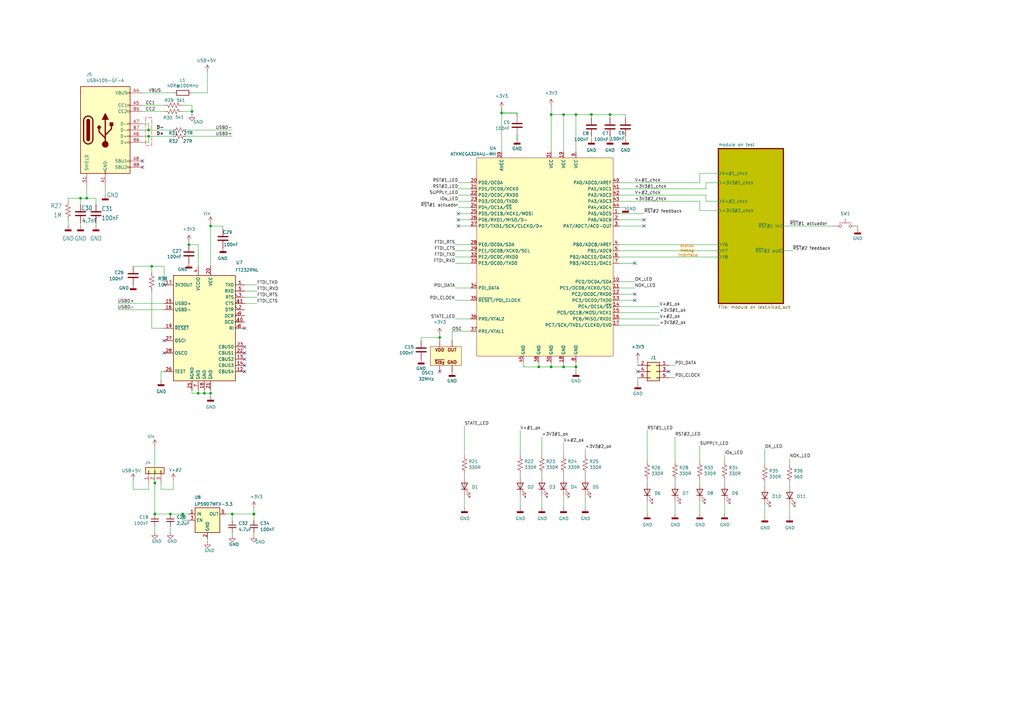
<source format=kicad_sch>
(kicad_sch (version 20250114) (generator "eeschema") (generator_version "9.0")
  (paper "A3")
  (text "status \nmessg \ninterface" (at 282.194 102.87 0) (effects (font (size 1.2 1.2) (thickness 0.1875))))
  (junction (at 205.74 46.355))
  (junction (at 78.74 45.72))
  (junction (at 81.28 161.29))
  (junction (at 33.02 81.28))
  (junction (at 231.14 46.99))
  (junction (at 86.36 92.71))
  (junction (at 231.14 150.495))
  (junction (at 63.5 198.12))
  (junction (at 226.06 150.495))
  (junction (at 226.06 46.99))
  (junction (at 180.34 138.43))
  (junction (at 83.82 161.29))
  (junction (at 62.23 109.22))
  (junction (at 60.96 53.34))
  (junction (at 220.98 150.495))
  (junction (at 236.22 46.99))
  (junction (at 86.36 161.29))
  (junction (at 250.19 46.99))
  (junction (at 74.93 210.82))
  (junction (at 242.57 46.99))
  (junction (at 77.47 100.33))
  (junction (at 95.25 210.82))
  (junction (at 60.96 55.88))
  (junction (at 104.14 210.82))
  (junction (at 63.5 210.82))
  (junction (at 35.56 81.28))
  (junction (at 236.22 150.495))
  (junction (at 69.85 210.82))
  (no_connect (at 100.33 152.4))
  (no_connect (at 100.33 142.24))
  (no_connect (at 180.34 152.4))
  (no_connect (at 100.33 134.62))
  (no_connect (at 264.16 90.17))
  (no_connect (at 187.96 87.63))
  (no_connect (at 67.31 144.78))
  (no_connect (at 260.35 120.65))
  (no_connect (at 100.33 149.86))
  (no_connect (at 264.16 92.71))
  (no_connect (at 58.42 66.04))
  (no_connect (at 100.33 147.32))
  (no_connect (at 274.32 152.4))
  (no_connect (at 261.62 152.4))
  (no_connect (at 67.31 139.7))
  (no_connect (at 187.96 90.17))
  (no_connect (at 58.42 68.58))
  (no_connect (at 260.35 123.19))
  (no_connect (at 100.33 144.78))
  (no_connect (at 187.96 92.71))
  (no_connect (at 260.35 107.95))
  (wire (pts (xy 71.12 200.66) (xy 66.04 200.66)))
  (wire (pts (xy 323.85 187.96) (xy 323.85 190.5)))
  (wire (pts (xy 69.85 218.44) (xy 69.85 215.9)))
  (wire (pts (xy 60.96 55.88) (xy 60.96 58.42)))
  (wire (pts (xy 60.96 200.66) (xy 60.96 198.12)))
  (wire (pts (xy 323.85 198.12) (xy 323.85 199.39)))
  (wire (pts (xy 78.74 45.72) (xy 78.74 46.99)))
  (wire (pts (xy 287.02 82.55) (xy 287.02 86.36)))
  (wire (pts (xy 261.62 154.94) (xy 261.62 157.48)))
  (wire (pts (xy 83.82 161.29) (xy 86.36 161.29)))
  (wire (pts (xy 214.63 150.495) (xy 220.98 150.495)))
  (wire (pts (xy 231.14 208.28) (xy 231.14 203.2)))
  (wire (pts (xy 81.28 161.29) (xy 83.82 161.29)))
  (wire (pts (xy 222.25 194.31) (xy 222.25 195.58)))
  (wire (pts (xy 250.19 46.99) (xy 242.57 46.99)))
  (wire (pts (xy 226.06 43.18) (xy 226.06 46.99)))
  (wire (pts (xy 63.5 218.44) (xy 63.5 215.9)))
  (wire (pts (xy 66.04 152.4) (xy 67.31 152.4)))
  (wire (pts (xy 58.42 38.1) (xy 71.12 38.1)))
  (wire (pts (xy 351.79 92.71) (xy 351.79 93.98)))
  (wire (pts (xy 226.06 46.99) (xy 226.06 62.23)))
  (wire (pts (xy 71.12 196.85) (xy 71.12 200.66)))
  (wire (pts (xy 321.31 102.87) (xy 325.12 102.87)))
  (wire (pts (xy 254 125.73) (xy 270.51 125.73)))
  (wire (pts (xy 187.96 77.47) (xy 193.04 77.47)))
  (wire (pts (xy 287.02 196.85) (xy 287.02 198.12)))
  (wire (pts (xy 91.44 92.71) (xy 91.44 93.98)))
  (wire (pts (xy 187.96 74.93) (xy 193.04 74.93)))
  (wire (pts (xy 287.02 71.12) (xy 294.64 71.12)))
  (wire (pts (xy 86.36 161.29) (xy 86.36 162.56)))
  (wire (pts (xy 92.71 210.82) (xy 95.25 210.82)))
  (wire (pts (xy 193.04 100.33) (xy 186.69 100.33)))
  (wire (pts (xy 254 82.55) (xy 287.02 82.55)))
  (wire (pts (xy 66.04 200.66) (xy 66.04 198.12)))
  (wire (pts (xy 276.86 210.82) (xy 276.86 205.74)))
  (wire (pts (xy 254 100.33) (xy 294.64 100.33)))
  (wire (pts (xy 81.28 100.33) (xy 81.28 109.22)))
  (wire (pts (xy 250.19 55.88) (xy 250.19 57.15)))
  (wire (pts (xy 287.02 210.82) (xy 287.02 205.74)))
  (wire (pts (xy 76.2 53.34) (xy 95.25 53.34)))
  (wire (pts (xy 76.2 55.88) (xy 95.25 55.88)))
  (wire (pts (xy 254 130.81) (xy 270.51 130.81)))
  (wire (pts (xy 78.74 38.1) (xy 85.09 38.1)))
  (wire (pts (xy 60.96 55.88) (xy 71.12 55.88)))
  (wire (pts (xy 86.36 92.71) (xy 91.44 92.71)))
  (wire (pts (xy 62.23 134.62) (xy 67.31 134.62)))
  (wire (pts (xy 100.33 121.92) (xy 105.41 121.92)))
  (wire (pts (xy 240.03 194.31) (xy 240.03 195.58)))
  (wire (pts (xy 214.63 148.59) (xy 214.63 150.495)))
  (wire (pts (xy 69.85 210.82) (xy 74.93 210.82)))
  (wire (pts (xy 190.5 174.625) (xy 190.5 186.69)))
  (wire (pts (xy 54.61 196.85) (xy 54.61 200.66)))
  (wire (pts (xy 226.06 150.495) (xy 231.14 150.495)))
  (wire (pts (xy 193.04 102.87) (xy 186.69 102.87)))
  (wire (pts (xy 58.42 58.42) (xy 60.96 58.42)))
  (wire (pts (xy 95.25 219.71) (xy 95.25 218.44)))
  (wire (pts (xy 264.16 92.71) (xy 254 92.71)))
  (wire (pts (xy 33.02 81.28) (xy 33.02 83.82)) (stroke (width 0.1524)))
  (wire (pts (xy 231.14 148.59) (xy 231.14 150.495)))
  (wire (pts (xy 62.23 109.22) (xy 67.31 109.22)))
  (wire (pts (xy 54.61 109.22) (xy 62.23 109.22)))
  (wire (pts (xy 236.22 46.99) (xy 231.14 46.99)))
  (wire (pts (xy 242.57 55.88) (xy 242.57 57.15)))
  (wire (pts (xy 180.34 138.43) (xy 172.72 138.43)))
  (wire (pts (xy 213.36 208.28) (xy 213.36 203.2)))
  (wire (pts (xy 187.96 87.63) (xy 193.04 87.63)))
  (wire (pts (xy 256.54 46.99) (xy 250.19 46.99)))
  (wire (pts (xy 78.74 161.29) (xy 81.28 161.29)))
  (wire (pts (xy 193.04 135.89) (xy 185.42 135.89)))
  (wire (pts (xy 260.35 123.19) (xy 254 123.19)))
  (wire (pts (xy 190.5 208.28) (xy 190.5 203.2)))
  (wire (pts (xy 67.31 124.46) (xy 48.26 124.46)))
  (wire (pts (xy 58.42 45.72) (xy 67.31 45.72)))
  (wire (pts (xy 231.14 181.61) (xy 231.14 186.69)))
  (wire (pts (xy 58.42 53.34) (xy 60.96 53.34)))
  (wire (pts (xy 287.02 71.12) (xy 287.02 74.93)))
  (wire (pts (xy 33.02 81.28) (xy 35.56 81.28)) (stroke (width 0.1524)))
  (wire (pts (xy 297.18 186.69) (xy 297.18 189.23)))
  (wire (pts (xy 265.43 210.82) (xy 265.43 205.74)))
  (wire (pts (xy 58.42 50.8) (xy 60.96 50.8)))
  (wire (pts (xy 74.93 45.72) (xy 78.74 45.72)))
  (wire (pts (xy 83.82 160.02) (xy 83.82 161.29)))
  (wire (pts (xy 67.31 116.84) (xy 67.31 109.22)))
  (wire (pts (xy 60.96 53.34) (xy 71.12 53.34)))
  (wire (pts (xy 276.86 149.86) (xy 274.32 149.86)))
  (wire (pts (xy 95.25 213.36) (xy 95.25 210.82)))
  (wire (pts (xy 74.93 210.82) (xy 77.47 210.82)))
  (wire (pts (xy 276.86 154.94) (xy 274.32 154.94)))
  (wire (pts (xy 231.14 46.99) (xy 231.14 62.23)))
  (wire (pts (xy 240.03 184.15) (xy 240.03 186.69)))
  (wire (pts (xy 254 120.65) (xy 260.35 120.65)))
  (wire (pts (xy 85.09 29.21) (xy 85.09 38.1)))
  (wire (pts (xy 78.74 160.02) (xy 78.74 161.29)))
  (wire (pts (xy 180.34 137.16) (xy 180.34 138.43)))
  (wire (pts (xy 62.23 119.38) (xy 62.23 134.62)))
  (wire (pts (xy 220.98 150.495) (xy 226.06 150.495)))
  (wire (pts (xy 43.18 76.2) (xy 43.18 80.01)))
  (wire (pts (xy 265.43 176.53) (xy 265.43 189.23)))
  (wire (pts (xy 27.94 81.28) (xy 33.02 81.28)) (stroke (width 0.1524)))
  (wire (pts (xy 265.43 196.85) (xy 265.43 198.12)))
  (wire (pts (xy 264.16 87.63) (xy 254 87.63)))
  (wire (pts (xy 85.09 222.25) (xy 85.09 220.98)))
  (wire (pts (xy 256.54 85.09) (xy 254 85.09)))
  (wire (pts (xy 193.04 105.41) (xy 186.69 105.41)))
  (wire (pts (xy 264.16 90.17) (xy 254 90.17)))
  (wire (pts (xy 100.33 119.38) (xy 105.41 119.38)))
  (wire (pts (xy 289.56 82.55) (xy 289.56 80.01)))
  (wire (pts (xy 81.28 160.02) (xy 81.28 161.29)))
  (wire (pts (xy 260.35 118.11) (xy 254 118.11)))
  (wire (pts (xy 104.14 219.71) (xy 104.14 218.44)))
  (wire (pts (xy 213.36 194.31) (xy 213.36 195.58)))
  (wire (pts (xy 289.56 82.55) (xy 294.64 82.55)))
  (wire (pts (xy 74.93 213.36) (xy 74.93 210.82)))
  (wire (pts (xy 104.14 210.82) (xy 104.14 213.36)))
  (wire (pts (xy 220.98 148.59) (xy 220.98 150.495)))
  (wire (pts (xy 222.25 179.07) (xy 222.25 186.69)))
  (wire (pts (xy 321.31 92.71) (xy 341.63 92.71)))
  (wire (pts (xy 226.06 148.59) (xy 226.06 150.495)))
  (wire (pts (xy 33.02 92.71) (xy 33.02 91.44)) (stroke (width 0.1524)))
  (wire (pts (xy 289.56 77.47) (xy 254 77.47)))
  (wire (pts (xy 236.22 46.99) (xy 236.22 62.23)))
  (wire (pts (xy 287.02 74.93) (xy 254 74.93)))
  (wire (pts (xy 100.33 116.84) (xy 105.41 116.84)))
  (wire (pts (xy 78.74 43.18) (xy 78.74 45.72)))
  (wire (pts (xy 193.04 107.95) (xy 186.69 107.95)))
  (wire (pts (xy 86.36 91.44) (xy 86.36 92.71)))
  (wire (pts (xy 205.74 44.45) (xy 205.74 46.355)) (stroke (width 0.254)))
  (wire (pts (xy 313.69 198.12) (xy 313.69 199.39)))
  (wire (pts (xy 289.56 80.01) (xy 254 80.01)))
  (wire (pts (xy 27.94 90.17) (xy 27.94 92.71)) (stroke (width 0.1524)))
  (wire (pts (xy 242.57 46.99) (xy 236.22 46.99)))
  (wire (pts (xy 213.36 176.53) (xy 213.36 186.69)))
  (wire (pts (xy 236.22 148.59) (xy 236.22 150.495)))
  (wire (pts (xy 104.14 208.28) (xy 104.14 210.82)))
  (wire (pts (xy 287.02 182.88) (xy 287.02 189.23)))
  (wire (pts (xy 63.5 198.12) (xy 63.5 210.82)))
  (wire (pts (xy 63.5 182.88) (xy 63.5 198.12)))
  (wire (pts (xy 254 133.35) (xy 270.51 133.35)))
  (wire (pts (xy 261.62 147.32) (xy 261.62 149.86)))
  (wire (pts (xy 180.34 138.43) (xy 180.34 139.7)))
  (wire (pts (xy 254 105.41) (xy 294.64 105.41)))
  (wire (pts (xy 313.69 212.09) (xy 313.69 207.01)))
  (wire (pts (xy 77.47 99.06) (xy 77.47 100.33)))
  (wire (pts (xy 60.96 50.8) (xy 60.96 53.34)))
  (wire (pts (xy 54.61 200.66) (xy 60.96 200.66)))
  (wire (pts (xy 231.14 150.495) (xy 236.22 150.495)))
  (wire (pts (xy 185.42 135.89) (xy 185.42 139.7)))
  (wire (pts (xy 287.02 86.36) (xy 294.64 86.36)))
  (wire (pts (xy 205.74 46.355) (xy 205.74 62.23)))
  (wire (pts (xy 289.56 74.93) (xy 294.64 74.93)))
  (wire (pts (xy 58.42 55.88) (xy 60.96 55.88)))
  (wire (pts (xy 100.33 124.46) (xy 105.41 124.46)))
  (wire (pts (xy 254 128.27) (xy 270.51 128.27)))
  (wire (pts (xy 86.36 160.02) (xy 86.36 161.29)))
  (wire (pts (xy 187.96 85.09) (xy 193.04 85.09)))
  (wire (pts (xy 77.47 213.36) (xy 74.93 213.36)))
  (wire (pts (xy 323.85 212.09) (xy 323.85 207.01)))
  (wire (pts (xy 250.19 46.99) (xy 250.19 48.26)))
  (wire (pts (xy 78.74 43.18) (xy 74.93 43.18)))
  (wire (pts (xy 66.04 156.21) (xy 66.04 152.4)))
  (wire (pts (xy 35.56 81.28) (xy 39.37 81.28)) (stroke (width 0.1524)))
  (wire (pts (xy 187.96 80.01) (xy 193.04 80.01)))
  (wire (pts (xy 276.86 196.85) (xy 276.86 198.12)))
  (wire (pts (xy 212.09 46.355) (xy 212.09 47.625)) (stroke (width 0.254)))
  (wire (pts (xy 212.09 55.245) (xy 212.09 57.15)) (stroke (width 0.254)))
  (wire (pts (xy 187.96 92.71) (xy 193.04 92.71)))
  (wire (pts (xy 39.37 91.44) (xy 39.37 92.71)))
  (wire (pts (xy 240.03 208.28) (xy 240.03 203.2)))
  (wire (pts (xy 193.04 118.11) (xy 186.69 118.11)))
  (wire (pts (xy 254 102.87) (xy 294.64 102.87)))
  (wire (pts (xy 236.22 150.495) (xy 236.22 152.4)))
  (wire (pts (xy 95.25 210.82) (xy 104.14 210.82)))
  (wire (pts (xy 62.23 109.22) (xy 62.23 111.76)))
  (wire (pts (xy 256.54 46.99) (xy 256.54 48.26)))
  (wire (pts (xy 172.72 138.43) (xy 172.72 139.7)))
  (wire (pts (xy 67.31 127) (xy 48.26 127)))
  (wire (pts (xy 187.96 82.55) (xy 193.04 82.55)))
  (wire (pts (xy 297.18 210.82) (xy 297.18 205.74)))
  (wire (pts (xy 39.37 81.28) (xy 39.37 83.82)) (stroke (width 0.1524)))
  (wire (pts (xy 313.69 184.15) (xy 313.69 190.5)))
  (wire (pts (xy 86.36 92.71) (xy 86.36 109.22)))
  (wire (pts (xy 58.42 43.18) (xy 67.31 43.18)))
  (wire (pts (xy 222.25 208.28) (xy 222.25 203.2)))
  (wire (pts (xy 212.09 46.355) (xy 205.74 46.355)) (stroke (width 0.254)))
  (wire (pts (xy 193.04 123.19) (xy 186.69 123.19)))
  (wire (pts (xy 35.56 76.2) (xy 35.56 81.28)))
  (wire (pts (xy 190.5 194.31) (xy 190.5 195.58)))
  (wire (pts (xy 231.14 194.31) (xy 231.14 195.58)))
  (wire (pts (xy 260.35 115.57) (xy 254 115.57)))
  (wire (pts (xy 231.14 46.99) (xy 226.06 46.99)))
  (wire (pts (xy 297.18 196.85) (xy 297.18 198.12)))
  (wire (pts (xy 77.47 100.33) (xy 81.28 100.33)))
  (wire (pts (xy 27.94 81.28) (xy 27.94 82.55)) (stroke (width 0.1524)))
  (wire (pts (xy 186.69 130.81) (xy 193.04 130.81)))
  (wire (pts (xy 260.35 107.95) (xy 254 107.95)))
  (wire (pts (xy 289.56 74.93) (xy 289.56 77.47)))
  (wire (pts (xy 242.57 46.99) (xy 242.57 48.26)))
  (wire (pts (xy 256.54 55.88) (xy 256.54 57.15)))
  (wire (pts (xy 276.86 179.07) (xy 276.86 189.23)))
  (wire (pts (xy 187.96 90.17) (xy 193.04 90.17)))
  (wire (pts (xy 63.5 210.82) (xy 69.85 210.82)))
  (label "PDI_DATA" (at 186.69 118.11 180))
  (label "~{RST}#2 feedback" (at 264.16 87.63 0))
  (label "+3V3#1_ok" (at 270.51 128.27 0))
  (label "CC2" (at 59.69 45.72 0))
  (label "D+" (at 67.31 55.88 180) (effects (font (thickness 0.254) (bold yes))))
  (label "D-" (at 67.31 53.34 180) (effects (font (thickness 0.254) (bold yes))))
  (label "FTDI_RXD" (at 186.69 107.95 180))
  (label "FTDI_TXD" (at 186.69 105.41 180))
  (label "RST#1_LED" (at 187.96 74.93 180))
  (label "USBD+" (at 95.25 55.88 180))
  (label "~{RST}#1 actuador" (at 323.85 92.71 0))
  (label "FTDI_CTS" (at 105.41 124.46 0))
  (label "PDI_DATA" (at 276.86 149.86 0))
  (label "V+#1_ok" (at 270.51 125.73 0))
  (label "+3V3#2_ok" (at 240.03 184.15 0))
  (label "RST#2_LED" (at 187.96 77.47 180))
  (label "IOs_LED" (at 297.18 186.69 0))
  (label "V+#2_ok" (at 270.51 130.81 0))
  (label "+3V3#2_chck" (at 260.35 82.55 0))
  (label "IOs_LED" (at 187.96 82.55 180))
  (label "V+#1_ok" (at 213.36 176.53 0))
  (label "FTDI_TXD" (at 105.41 116.84 0))
  (label "OK_LED" (at 260.35 115.57 0))
  (label "SUPPLY_LED" (at 287.02 182.88 0))
  (label "V+#2_ok" (at 231.14 181.61 0))
  (label "~{RST}#1 actuador" (at 187.96 85.09 180))
  (label "V+#1_chck" (at 260.35 74.93 0))
  (label "VBUS" (at 60.96 38.1 0))
  (label "RST#1_LED" (at 265.43 176.53 0))
  (label "+3V3#1_chck" (at 260.35 77.47 0))
  (label "+3V3#1_ok" (at 222.25 179.07 0))
  (label "FTDI_RTS" (at 186.69 100.33 180))
  (label "CC1" (at 59.69 43.18 0))
  (label "FTDI_RTS" (at 105.41 121.92 0))
  (label "OSC" (at 185.42 135.89 0))
  (label "FTDI_RXD" (at 105.41 119.38 0))
  (label "NOK_LED" (at 323.85 187.96 0))
  (label "PDI_CLOCK" (at 186.69 123.19 180))
  (label "USBD-" (at 95.25 53.34 180))
  (label "USBD-" (at 48.26 127 0))
  (label "USBD+" (at 48.26 124.46 0))
  (label "+3V3#2_ok" (at 270.51 133.35 0))
  (label "SUPPLY_LED" (at 187.96 80.01 180))
  (label "FTDI_CTS" (at 186.69 102.87 180))
  (label "~{RST}#2 feedback" (at 325.12 102.87 0))
  (label "STATE_LED" (at 190.5 174.625 0))
  (label "V+#2_chck" (at 260.35 80.01 0))
  (label "PDI_CLOCK" (at 276.86 154.94 0))
  (label "RST#2_LED" (at 276.86 179.07 0))
  (label "STATE_LED" (at 186.69 130.81 180))
  (label "NOK_LED" (at 260.35 118.11 0))
  (label "OK_LED" (at 313.69 184.15 0))
  (rule_area (polyline (pts (xy 59.69 48.26) (xy 59.69 59.69) (xy 62.23 59.69) (xy 62.23 48.26)) (stroke (width 0) (type dash))))
  (symbol (lib_id "Device:R_US") (at 297.18 193.04 180) (unit 1)
    (property "Reference" "R34" (at 298.831 191.8278 0) (effects (justify right)))
    (property "Value" "330R" (at 298.831 194.2521 0) (effects (justify right)))
    (property "Footprint" "Resistor_SMD:R_0402_1005Metric" (effects (hide yes)))
    (property "Description" "Resistor, small US symbol" (effects (hide yes)))
    (property "MPN" "CRCW0402330RFKEDHP" (effects (hide yes)))
    (property "ASSEMBLY" "Yes" (effects (hide yes)))
    (property "OEPSPN" "OEPS020191" (effects (hide yes)))
  )
  (symbol (lib_id "Device:C") (at 77.47 104.14 0) (mirror y) (unit 1)
    (property "Reference" "C27" (at 74.549 102.9716 0) (effects (justify left)))
    (property "Value" "100nF" (at 74.549 105.283 0) (effects (justify left)))
    (property "Footprint" "Capacitor_SMD:C_0402_1005Metric" (effects (hide yes)))
    (property "Description" "SMD CER 0402 100nF 50V ±10% X7R" (effects (hide yes)))
    (property "MPN" "CGA2B3X7R1H104K050BB" (effects (hide yes)))
    (property "OEPSPN" "OEPS010016" (effects (hide yes)))
  )
  (symbol (lib_id "power:+3V3") (at 205.74 44.45 0) (mirror y) (unit 1)
    (property "Reference" "#PWR10" (effects (hide yes)))
    (property "Value" "+3V3" (at 205.74 39.37 0))
    (property "Description" "Power symbol creates a global label with name \"+3V3\"" (effects (hide yes)))
  )
  (symbol (lib_id "Device:C_Small") (at 63.5 213.36 0) (unit 1)
    (property "Reference" "C18" (at 60.96 212.0962 0) (effects (justify right)))
    (property "Value" "100nF" (at 60.96 214.6362 0) (effects (justify right)))
    (property "Footprint" "Capacitor_SMD:C_0402_1005Metric" (effects (hide yes)))
    (property "Description" "SMD CER 0402 100nF 50V ±10% X7R" (effects (hide yes)))
    (property "MPN" "CGA2B3X7R1H104K050BB" (effects (hide yes)))
    (property "OEPSPN" "OEPS010016" (effects (hide yes)))
  )
  (symbol (lib_id "power:GNDD") (at 185.42 152.4 0) (mirror y) (unit 1)
    (property "Reference" "#PWR036" (effects (hide yes)))
    (property "Value" "GND" (at 185.42 156.21 0))
    (property "Description" "Power symbol creates a global label with name \"GNDD\" , digital ground" (effects (hide yes)))
  )
  (symbol (lib_id "power:GND") (at 69.85 218.44 0) (unit 1)
    (property "Reference" "#PWR084" (effects (hide yes)))
    (property "Value" "GND" (at 70.612 221.996 0))
    (property "Description" "Power symbol creates a global label with name \"GND\" , ground" (effects (hide yes)))
  )
  (symbol (lib_id "power:GNDD") (at 242.57 57.15 0) (mirror y) (unit 1)
    (property "Reference" "#PWR014" (effects (hide yes)))
    (property "Value" "GND" (at 242.57 61.595 0))
    (property "Description" "Power symbol creates a global label with name \"GNDD\" , digital ground" (effects (hide yes)))
  )
  (symbol (lib_id "power:GNDD") (at 297.18 210.82 0) (unit 1)
    (property "Reference" "#PWR069" (effects (hide yes)))
    (property "Value" "GND" (at 297.307 215.2142 0))
    (property "Description" "Power symbol creates a global label with name \"GNDD\" , digital ground" (effects (hide yes)))
  )
  (symbol (lib_id "power:GNDD") (at 351.79 93.98 0) (mirror y) (unit 1)
    (property "Reference" "#PWR052" (effects (hide yes)))
    (property "Value" "GND" (at 351.79 97.79 0))
    (property "Description" "Power symbol creates a global label with name \"GNDD\" , digital ground" (effects (hide yes)))
  )
  (symbol (lib_id "Device:C_Small") (at 69.85 213.36 0) (unit 1)
    (property "Reference" "C28" (at 72.39 212.0962 0) (effects (justify left)))
    (property "Value" "2.2uF" (at 72.39 214.6362 0) (effects (justify left)))
    (property "Footprint" "Capacitor_SMD:C_0603_1608Metric" (effects (hide yes)))
    (property "Description" "Unpolarized capacitor, small symbol" (effects (hide yes)))
    (property "MPN" "GRM188R61E225KA12D" (effects (hide yes)))
    (property "OEPSPN" "OEPS010075" (effects (hide yes)))
  )
  (symbol (lib_id "power:+3V3") (at 104.14 208.28 0) (unit 1)
    (property "Reference" "#PWR086" (effects (hide yes)))
    (property "Value" "+3V3" (at 105.156 203.708 0))
    (property "Description" "Power symbol creates a global label with name \"+3V3\"" (effects (hide yes)))
  )
  (symbol (lib_id "Device:LED") (at 222.25 199.39 90) (unit 1)
    (property "Reference" "D3" (at 225.171 199.7653 90) (effects (justify right)))
    (property "Value" "Green LED" (effects (hide yes)))
    (property "Footprint" "LED_SMD:LED_0603_1608Metric" (effects (hide yes)))
    (property "Description" "LED 0603 Green 571nm 20mA" (effects (hide yes)))
    (property "MPN" "LTST-C191KGKT" (effects (hide yes)))
    (property "OEPSPN" "OEPS030005 " (effects (hide yes)))
  )
  (symbol (lib_id "Device:C") (at 33.02 87.63 0) (mirror y) (unit 1)
    (property "Reference" "C30" (at 33.274 85.344 0) (effects (font (size 1.778 1.5113)) (justify right)))
    (property "Value" "4.7nF" (at 33.528 90.424 0) (effects (font (size 1.778 1.5113)) (justify right)))
    (property "Footprint" "Capacitor_SMD:C_0402_1005Metric" (effects (hide yes)))
    (property "Description" "Unpolarized capacitor, small symbol" (effects (hide yes)))
    (property "MPN" "885012205084" (effects (hide yes)))
    (property "OEPSPN" "OEPS010017" (effects (hide yes)))
  )
  (symbol (lib_id "power:GNDD") (at 27.94 92.71 0) (mirror y) (unit 1)
    (property "Reference" "#GND03" (effects (hide yes)))
    (property "Value" "GND" (at 27.94 97.79 0) (effects (font (size 1.778 1.5113))))
  )
  (symbol (lib_id "Device:C_Small") (at 104.14 215.9 0) (mirror y) (unit 1)
    (property "Reference" "C34" (at 106.68 214.6362 0) (effects (justify right)))
    (property "Value" "100nF" (at 106.68 217.1762 0) (effects (justify right)))
    (property "Footprint" "Capacitor_SMD:C_0402_1005Metric" (effects (hide yes)))
    (property "Description" "SMD CER 0402 100nF 50V ±10% X7R" (effects (hide yes)))
    (property "MPN" "CGA2B3X7R1H104K050BB" (effects (hide yes)))
    (property "OEPSPN" "OEPS010016" (effects (hide yes)))
  )
  (symbol (lib_id "_symbolLib:ATXMEGA32A4U") (at 228.6 113.03 0) (mirror y) (unit 1)
    (property "Reference" "U4" (at 203.5459 60.7525 0) (effects (justify left)))
    (property "Value" "ATXMEGA32A4U-MH" (at 203.5459 63.1768 0) (effects (justify left)))
    (property "Footprint" "Package_DFN_QFN:QFN-44-1EP_7x7mm_P0.5mm_EP5.2x5.2mm" (effects (hide yes)))
    (property "Description" "MCU ATXMEGA A4U 8bits 32KB" (effects (hide yes)))
    (property "MPN" "ATXMEGA32A4U-MHR" (effects (hide yes)))
    (property "ASSEMBLY" "Yes" (effects (hide yes)))
    (property "OEPSPN" "OEPS080116" (effects (hide yes)))
  )
  (symbol (lib_id "power:GNDD") (at 66.04 156.21 0) (unit 1)
    (property "Reference" "#PWR077" (effects (hide yes)))
    (property "Value" "GND" (at 66.167 160.6042 0))
    (property "Description" "Power symbol creates a global label with name \"GNDD\" , digital ground" (effects (hide yes)))
  )
  (symbol (lib_id "power:+5V") (at 63.5 182.88 0) (mirror y) (unit 1)
    (property "Reference" "#PWR063" (effects (hide yes)))
    (property "Value" "Vin" (at 61.976 179.07 0))
    (property "Description" "Power symbol creates a global label with name \"+5V\"" (effects (hide yes)))
  )
  (symbol (lib_id "Device:LED") (at 287.02 201.93 90) (unit 1)
    (property "Reference" "D8" (at 289.941 202.3053 90) (effects (justify right)))
    (property "Value" "Green LED" (effects (hide yes)))
    (property "Footprint" "LED_SMD:LED_0603_1608Metric" (effects (hide yes)))
    (property "Description" "LED 0603 Green 571nm 20mA" (effects (hide yes)))
    (property "MPN" "LTST-C191KGKT" (effects (hide yes)))
    (property "OEPSPN" "OEPS030005 " (effects (hide yes)))
  )
  (symbol (lib_id "_symbolLib:OSC_1") (at 182.88 144.78 0) (mirror y) (unit 1)
    (property "Reference" "OSC1" (at 178.054 152.908 0) (effects (justify left)))
    (property "Value" "32MHz" (at 178.054 155.448 0) (effects (justify left)))
    (property "Footprint" "_footprintLib:OSC" (effects (hide yes)))
    (property "Description" "OSC 32MHz 10ppm" (effects (hide yes)))
    (property "MPN" "DSC1001CI5-032.0000" (effects (hide yes)))
    (property "ASSEMBLY" "Yes" (effects (hide yes)))
    (property "OEPSPN" "OEPS080018" (effects (hide yes)))
  )
  (symbol (lib_id "Device:R_US") (at 276.86 193.04 180) (unit 1)
    (property "Reference" "R28" (at 278.511 191.8278 0) (effects (justify right)))
    (property "Value" "330R" (at 278.511 194.2521 0) (effects (justify right)))
    (property "Footprint" "Resistor_SMD:R_0402_1005Metric" (effects (hide yes)))
    (property "Description" "Resistor, small US symbol" (effects (hide yes)))
    (property "MPN" "CRCW0402330RFKEDHP" (effects (hide yes)))
    (property "ASSEMBLY" "Yes" (effects (hide yes)))
    (property "OEPSPN" "OEPS020191" (effects (hide yes)))
  )
  (symbol (lib_id "Device:R_Small_US") (at 73.66 53.34 270) (unit 1)
    (property "Reference" "R31" (at 71.12 54.61 90))
    (property "Value" "27R" (at 77.216 54.61 90))
    (property "Footprint" "Resistor_SMD:R_0402_1005Metric" (effects (hide yes)))
    (property "Description" "Resistor, small US symbol" (effects (hide yes)))
    (property "MPN" "RMCF0402FT27R0" (effects (hide yes)))
    (property "OEPSPN" "OEPS020170" (effects (hide yes)))
  )
  (symbol (lib_id "Device:C_Small") (at 95.25 215.9 0) (unit 1)
    (property "Reference" "C32" (at 97.79 214.6362 0) (effects (justify left)))
    (property "Value" "4.7uF" (at 97.79 217.1762 0) (effects (justify left)))
    (property "Footprint" "Capacitor_SMD:C_0603_1608Metric" (effects (hide yes)))
    (property "Description" "Unpolarized capacitor, small symbol" (effects (hide yes)))
    (property "MPN" "C1608X6S1C475K080AC" (effects (hide yes)))
    (property "OEPSPN" "OEPS010018" (effects (hide yes)))
  )
  (symbol (lib_id "Device:R_US") (at 287.02 193.04 180) (unit 1)
    (property "Reference" "R33" (at 288.671 191.8278 0) (effects (justify right)))
    (property "Value" "330R" (at 288.671 194.2521 0) (effects (justify right)))
    (property "Footprint" "Resistor_SMD:R_0402_1005Metric" (effects (hide yes)))
    (property "Description" "Resistor, small US symbol" (effects (hide yes)))
    (property "MPN" "CRCW0402330RFKEDHP" (effects (hide yes)))
    (property "ASSEMBLY" "Yes" (effects (hide yes)))
    (property "OEPSPN" "OEPS020191" (effects (hide yes)))
  )
  (symbol (lib_id "Switch:SW_Push") (at 346.71 92.71 0) (unit 1)
    (property "Reference" "SW1" (at 346.71 87.63 0))
    (property "Value" "SW_SPST" (effects (hide yes)))
    (property "Footprint" "Button_Switch_SMD:SW_SPST_TL3305B" (effects (hide yes)))
    (property "Description" "Push button switch" (effects (hide yes)))
    (property "MPN" "TL3305BF260QG" (effects (hide yes)))
    (property "OEPSPN" "OEPS100061" (effects (hide yes)))
  )
  (symbol (lib_id "power:GND") (at 78.74 46.99 0) (mirror y) (unit 1)
    (property "Reference" "#PWR090" (effects (hide yes)))
    (property "Value" "GND" (at 81.28 50.038 0))
    (property "Description" "Power symbol creates a global label with name \"GND\" , ground" (effects (hide yes)))
  )
  (symbol (lib_id "Device:LED") (at 213.36 199.39 90) (unit 1)
    (property "Reference" "D2" (at 216.281 199.7653 90) (effects (justify right)))
    (property "Value" "Green LED" (effects (hide yes)))
    (property "Footprint" "LED_SMD:LED_0603_1608Metric" (effects (hide yes)))
    (property "Description" "LED 0603 Green 571nm 20mA" (effects (hide yes)))
    (property "MPN" "LTST-C191KGKT" (effects (hide yes)))
    (property "OEPSPN" "OEPS030005 " (effects (hide yes)))
  )
  (symbol (lib_id "power:GNDD") (at 91.44 101.6 0) (mirror y) (unit 1)
    (property "Reference" "#PWR083" (effects (hide yes)))
    (property "Value" "GND" (at 91.313 105.9942 0))
    (property "Description" "Power symbol creates a global label with name \"GNDD\" , digital ground" (effects (hide yes)))
  )
  (symbol (lib_id "power:+5V") (at 86.36 91.44 0) (mirror y) (unit 1)
    (property "Reference" "#PWR064" (effects (hide yes)))
    (property "Value" "Vin" (at 84.836 87.63 0))
    (property "Description" "Power symbol creates a global label with name \"+5V\"" (effects (hide yes)))
  )
  (symbol (lib_id "power:+5V") (at 71.12 196.85 0) (mirror y) (unit 1)
    (property "Reference" "#PWR062" (effects (hide yes)))
    (property "Value" "V+#2" (at 71.882 192.786 0))
    (property "Description" "Power symbol creates a global label with name \"+5V\"" (effects (hide yes)))
  )
  (symbol (lib_id "power:+3V3") (at 226.06 43.18 0) (mirror y) (unit 1)
    (property "Reference" "#PWR9" (effects (hide yes)))
    (property "Value" "+3V3" (at 226.06 38.1 0))
    (property "Description" "Power symbol creates a global label with name \"+3V3\"" (effects (hide yes)))
  )
  (symbol (lib_id "Device:C") (at 172.72 143.51 0) (mirror y) (unit 1)
    (property "Reference" "C15" (at 169.799 142.2978 0) (effects (justify left)))
    (property "Value" "100nF" (at 169.799 144.7221 0) (effects (justify left)))
    (property "Footprint" "Capacitor_SMD:C_0402_1005Metric" (effects (hide yes)))
    (property "Description" "SMD CER 0402 100nF 50V ±10% X7R" (effects (hide yes)))
    (property "MPN" "CGA2B3X7R1H104K050BB" (effects (hide yes)))
    (property "ASSEMBLY" "Yes" (effects (hide yes)))
    (property "OEPSPN" "OEPS010016" (effects (hide yes)))
  )
  (symbol (lib_id "Device:LED") (at 265.43 201.93 90) (unit 1)
    (property "Reference" "D6" (at 268.351 202.3053 90) (effects (justify right)))
    (property "Value" "Green LED" (effects (hide yes)))
    (property "Footprint" "LED_SMD:LED_0603_1608Metric" (effects (hide yes)))
    (property "Description" "LED 0603 Green 571nm 20mA" (effects (hide yes)))
    (property "MPN" "LTST-C191KGKT" (effects (hide yes)))
    (property "OEPSPN" "OEPS030005 " (effects (hide yes)))
  )
  (symbol (lib_id "Device:C") (at 212.09 51.435 0) (mirror y) (unit 1)
    (property "Reference" "C5" (at 209.169 50.2228 0) (effects (justify left)))
    (property "Value" "100nF" (at 209.169 52.6471 0) (effects (justify left)))
    (property "Footprint" "Capacitor_SMD:C_0402_1005Metric" (effects (hide yes)))
    (property "Description" "SMD CER 0402 100nF 50V ±10% X7R" (effects (hide yes)))
    (property "MPN" "CGA2B3X7R1H104K050BB" (effects (hide yes)))
    (property "ASSEMBLY" "Yes" (effects (hide yes)))
    (property "OEPSPN" "OEPS010016" (effects (hide yes)))
  )
  (symbol (lib_id "Device:C") (at 91.44 97.79 0) (mirror y) (unit 1)
    (property "Reference" "C29" (at 95.25 95.25 0) (effects (justify left)))
    (property "Value" "100nF" (at 97.79 100.33 0) (effects (justify left)))
    (property "Footprint" "Capacitor_SMD:C_0402_1005Metric" (effects (hide yes)))
    (property "Description" "SMD CER 0402 100nF 50V ±10% X7R" (effects (hide yes)))
    (property "MPN" "CGA2B3X7R1H104K050BB" (effects (hide yes)))
    (property "OEPSPN" "OEPS010016" (effects (hide yes)))
  )
  (symbol (lib_id "power:GNDD") (at 39.37 92.71 0) (mirror y) (unit 1)
    (property "Reference" "#GND05" (effects (hide yes)))
    (property "Value" "GND" (at 39.37 97.79 0) (effects (font (size 1.778 1.5113))))
  )
  (symbol (lib_id "power:GNDD") (at 276.86 210.82 0) (unit 1)
    (property "Reference" "#PWR067" (effects (hide yes)))
    (property "Value" "GND" (at 276.987 215.2142 0))
    (property "Description" "Power symbol creates a global label with name \"GNDD\" , digital ground" (effects (hide yes)))
  )
  (symbol (lib_id "Device:R_US") (at 231.14 190.5 180) (unit 1)
    (property "Reference" "R24" (at 232.791 189.2878 0) (effects (justify right)))
    (property "Value" "330R" (at 232.791 191.7121 0) (effects (justify right)))
    (property "Footprint" "Resistor_SMD:R_0402_1005Metric" (effects (hide yes)))
    (property "Description" "Resistor, small US symbol" (effects (hide yes)))
    (property "MPN" "CRCW0402330RFKEDHP" (effects (hide yes)))
    (property "ASSEMBLY" "Yes" (effects (hide yes)))
    (property "OEPSPN" "OEPS020191" (effects (hide yes)))
  )
  (symbol (lib_id "Device:LED") (at 190.5 199.39 90) (unit 1)
    (property "Reference" "D1" (at 193.421 199.7653 90) (effects (justify right)))
    (property "Value" "Green LED" (effects (hide yes)))
    (property "Footprint" "LED_SMD:LED_0603_1608Metric" (effects (hide yes)))
    (property "Description" "LED 0603 Green 571nm 20mA" (effects (hide yes)))
    (property "MPN" "LTST-C191KGKT" (effects (hide yes)))
    (property "OEPSPN" "OEPS030005 " (effects (hide yes)))
  )
  (symbol (lib_id "power:GND") (at 95.25 219.71 0) (unit 1)
    (property "Reference" "#PWR087" (effects (hide yes)))
    (property "Value" "GND" (at 96.012 223.266 0))
    (property "Description" "Power symbol creates a global label with name \"GND\" , ground" (effects (hide yes)))
  )
  (symbol (lib_id "power:+3V3") (at 180.34 137.16 0) (mirror y) (unit 1)
    (property "Reference" "#PWR29" (effects (hide yes)))
    (property "Value" "+3V3" (at 180.34 132.08 0))
    (property "Description" "Power symbol creates a global label with name \"+3V3\"" (effects (hide yes)))
  )
  (symbol (lib_id "power:GNDD") (at 250.19 57.15 0) (mirror y) (unit 1)
    (property "Reference" "#PWR013" (effects (hide yes)))
    (property "Value" "GND" (at 250.19 61.595 0))
    (property "Description" "Power symbol creates a global label with name \"GNDD\" , digital ground" (effects (hide yes)))
  )
  (symbol (lib_id "power:GNDD") (at 231.14 208.28 0) (unit 1)
    (property "Reference" "#PWR047" (effects (hide yes)))
    (property "Value" "GND" (at 231.267 212.6742 0))
    (property "Description" "Power symbol creates a global label with name \"GNDD\" , digital ground" (effects (hide yes)))
  )
  (symbol (lib_id "power:+5V") (at 85.09 29.21 0) (mirror y) (unit 1)
    (property "Reference" "#PWR088" (effects (hide yes)))
    (property "Value" "USB+5V" (at 84.709 24.8158 0))
    (property "Description" "Power symbol creates a global label with name \"+5V\"" (effects (hide yes)))
  )
  (symbol (lib_id "power:GNDD") (at 256.54 85.09 0) (mirror y) (unit 1)
    (property "Reference" "#PWR020" (effects (hide yes)))
    (property "Value" "GND" (at 258.826 85.598 0))
    (property "Description" "Power symbol creates a global label with name \"GNDD\" , digital ground" (effects (hide yes)))
  )
  (symbol (lib_id "Device:C") (at 256.54 52.07 0) (unit 1)
    (property "Reference" "C6" (at 256.286 54.4717 0) (effects (justify right)))
    (property "Value" "100nF" (at 256.286 56.896 0) (effects (justify right)))
    (property "Footprint" "Capacitor_SMD:C_0402_1005Metric" (effects (hide yes)))
    (property "Description" "SMD CER 0402 100nF 50V ±10% X7R" (effects (hide yes)))
    (property "MPN" "CGA2B3X7R1H104K050BB" (effects (hide yes)))
    (property "ASSEMBLY" "Yes" (effects (hide yes)))
    (property "OEPSPN" "OEPS010016" (effects (hide yes)))
  )
  (symbol (lib_id "power:GNDD") (at 287.02 210.82 0) (unit 1)
    (property "Reference" "#PWR068" (effects (hide yes)))
    (property "Value" "GND" (at 287.147 215.2142 0))
    (property "Description" "Power symbol creates a global label with name \"GNDD\" , digital ground" (effects (hide yes)))
  )
  (symbol (lib_id "power:GNDD") (at 240.03 208.28 0) (unit 1)
    (property "Reference" "#PWR048" (effects (hide yes)))
    (property "Value" "GND" (at 240.157 212.6742 0))
    (property "Description" "Power symbol creates a global label with name \"GNDD\" , digital ground" (effects (hide yes)))
  )
  (symbol (lib_id "power:GNDD") (at 236.22 152.4 0) (mirror y) (unit 1)
    (property "Reference" "#PWR035" (effects (hide yes)))
    (property "Value" "GND" (at 236.22 156.21 0))
    (property "Description" "Power symbol creates a global label with name \"GNDD\" , digital ground" (effects (hide yes)))
  )
  (symbol (lib_id "power:+3V3") (at 77.47 99.06 0) (unit 1)
    (property "Reference" "#PWR78" (effects (hide yes)))
    (property "Value" "+3V3" (at 77.47 93.98 0))
    (property "Description" "Power symbol creates a global label with name \"+3V3\"" (effects (hide yes)))
  )
  (symbol (lib_id "power:+3V3") (at 261.62 147.32 0) (unit 1)
    (property "Reference" "#PWR38" (effects (hide yes)))
    (property "Value" "+3V3" (at 261.62 142.24 0))
    (property "Description" "Power symbol creates a global label with name \"+3V3\"" (effects (hide yes)))
  )
  (symbol (lib_id "power:GNDD") (at 261.62 157.48 0) (unit 1)
    (property "Reference" "#PWR039" (effects (hide yes)))
    (property "Value" "GND" (at 261.62 161.417 0))
    (property "Description" "Power symbol creates a global label with name \"GNDD\" , digital ground" (effects (hide yes)))
  )
  (symbol (lib_id "Device:R_US") (at 190.5 190.5 180) (unit 1)
    (property "Reference" "R21" (at 192.151 189.2878 0) (effects (justify right)))
    (property "Value" "330R" (at 192.151 191.7121 0) (effects (justify right)))
    (property "Footprint" "Resistor_SMD:R_0402_1005Metric" (effects (hide yes)))
    (property "Description" "Resistor, small US symbol" (effects (hide yes)))
    (property "MPN" "CRCW0402330RFKEDHP" (effects (hide yes)))
    (property "ASSEMBLY" "Yes" (effects (hide yes)))
    (property "OEPSPN" "OEPS020191" (effects (hide yes)))
  )
  (symbol (lib_id "Connector_Generic:Conn_01x03") (at 63.5 193.04 90) (unit 1) (in_bom no)
    (property "Reference" "J4" (at 59.436 189.738 90) (effects (justify right)))
    (property "Value" "3pin_hd" (effects (hide yes)))
    (property "Footprint" "Jumper:SolderJumper-3_P1.3mm_Bridged12_RoundedPad1.0x1.5mm" (effects (hide yes)))
    (property "Description" "Generic connector, single row, 01x03, script generated (kicad-library-utils/schlib/autogen/connector/)" (effects (hide yes)))
    (property "MPN" "2212S-03SG-85" (effects (hide yes)))
    (property "OEPSPN" "OEPS070137" (effects (hide yes)))
  )
  (symbol (lib_id "Device:R_US") (at 27.94 86.36 0) (mirror x) (unit 1)
    (property "Reference" "R27" (at 25.4 84.455 0) (effects (font (size 1.778 1.5113)) (justify right)))
    (property "Value" "1M" (at 25.4 88.265 0) (effects (font (size 1.778 1.5113)) (justify right)))
    (property "Footprint" "Resistor_SMD:R_0402_1005Metric" (effects (hide yes)))
    (property "Description" "SMD 0402 1MΩ ±1% 0.063W" (effects (hide yes)))
    (property "MPN" "CRCW04021M00FKED" (effects (hide yes)))
    (property "OEPSPN" "OEPS020026" (effects (hide yes)))
  )
  (symbol (lib_id "Device:R_US") (at 62.23 115.57 0) (unit 1)
    (property "Reference" "R38" (at 64.77 114.2999 0) (effects (justify left)))
    (property "Value" "10k" (at 64.77 116.8399 0) (effects (justify left)))
    (property "Footprint" "Resistor_SMD:R_0402_1005Metric" (effects (hide yes)))
    (property "Description" "SMD 0402 10kΩ ±0.1% 0.063W" (effects (hide yes)))
    (property "MPN" "CPF0402B10KE1" (effects (hide yes)))
    (property "ASSEMBLY" "Yes" (effects (hide yes)))
    (property "OEPSPN" "OEPS020043" (effects (hide yes)))
  )
  (symbol (lib_id "power:GNDD") (at 265.43 210.82 0) (unit 1)
    (property "Reference" "#PWR066" (effects (hide yes)))
    (property "Value" "GND" (at 265.557 215.2142 0))
    (property "Description" "Power symbol creates a global label with name \"GNDD\" , digital ground" (effects (hide yes)))
  )
  (symbol (lib_id "power:GNDD") (at 222.25 208.28 0) (unit 1)
    (property "Reference" "#PWR046" (effects (hide yes)))
    (property "Value" "GND" (at 222.377 212.6742 0))
    (property "Description" "Power symbol creates a global label with name \"GNDD\" , digital ground" (effects (hide yes)))
  )
  (symbol (lib_id "Device:R_Small_US") (at 73.66 55.88 270) (unit 1)
    (property "Reference" "R32" (at 71.12 57.912 90))
    (property "Value" "27R" (at 76.962 57.912 90))
    (property "Footprint" "Resistor_SMD:R_0402_1005Metric" (effects (hide yes)))
    (property "Description" "Resistor, small US symbol" (effects (hide yes)))
    (property "MPN" "RMCF0402FT27R0" (effects (hide yes)))
    (property "OEPSPN" "OEPS020170" (effects (hide yes)))
  )
  (symbol (lib_id "power:GND") (at 104.14 219.71 0) (mirror y) (unit 1)
    (property "Reference" "#PWR089" (effects (hide yes)))
    (property "Value" "GND" (at 106.68 222.25 0))
    (property "Description" "Power symbol creates a global label with name \"GND\" , ground" (effects (hide yes)))
  )
  (symbol (lib_id "Device:R_US") (at 213.36 190.5 180) (unit 1)
    (property "Reference" "R22" (at 215.011 189.2878 0) (effects (justify right)))
    (property "Value" "330R" (at 215.011 191.7121 0) (effects (justify right)))
    (property "Footprint" "Resistor_SMD:R_0402_1005Metric" (effects (hide yes)))
    (property "Description" "Resistor, small US symbol" (effects (hide yes)))
    (property "MPN" "CRCW0402330RFKEDHP" (effects (hide yes)))
    (property "ASSEMBLY" "Yes" (effects (hide yes)))
    (property "OEPSPN" "OEPS020191" (effects (hide yes)))
  )
  (symbol (lib_id "Device:R_US") (at 313.69 194.31 180) (unit 1)
    (property "Reference" "R35" (at 315.341 193.0978 0) (effects (justify right)))
    (property "Value" "330R" (at 315.341 195.5221 0) (effects (justify right)))
    (property "Footprint" "Resistor_SMD:R_0402_1005Metric" (effects (hide yes)))
    (property "Description" "Resistor, small US symbol" (effects (hide yes)))
    (property "MPN" "CRCW0402330RFKEDHP" (effects (hide yes)))
    (property "ASSEMBLY" "Yes" (effects (hide yes)))
    (property "OEPSPN" "OEPS020191" (effects (hide yes)))
  )
  (symbol (lib_id "Device:LED") (at 323.85 203.2 90) (unit 1)
    (property "Reference" "D11" (at 326.771 203.5753 90) (effects (justify right)))
    (property "Value" "Red LED" (effects (hide yes)))
    (property "Footprint" "LED_SMD:LED_0603_1608Metric" (effects (hide yes)))
    (property "Description" "LED 0603 Red 633nm 20mA" (effects (hide yes)))
    (property "MPN" "5990010007F" (effects (hide yes)))
    (property "OEPSPN" "OEPS030044" (effects (hide yes)))
  )
  (symbol (lib_id "power:GNDD") (at 77.47 107.95 0) (mirror y) (unit 1)
    (property "Reference" "#PWR079" (effects (hide yes)))
    (property "Value" "GND" (at 74.93 110.49 0))
    (property "Description" "Power symbol creates a global label with name \"GNDD\" , digital ground" (effects (hide yes)))
  )
  (symbol (lib_id "power:GNDD") (at 190.5 208.28 0) (unit 1)
    (property "Reference" "#PWR044" (effects (hide yes)))
    (property "Value" "GND" (at 190.627 212.6742 0))
    (property "Description" "Power symbol creates a global label with name \"GNDD\" , digital ground" (effects (hide yes)))
  )
  (symbol (lib_id "Device:R") (at 74.93 38.1 90) (mirror x) (unit 1)
    (property "Reference" "L1" (at 74.93 32.8422 90))
    (property "Value" "40R@100MHz" (at 74.93 35.1536 90))
    (property "Footprint" "Resistor_SMD:R_0805_2012Metric" (effects (hide yes)))
    (property "Description" "FERRITE BEAD SMD 40Ω 2A 50mΩ" (effects (hide yes)))
    (property "MPN" "MI0805K400R-10" (effects (hide yes)))
    (property "OEPSPN" "OEPS040003" (effects (hide yes)))
  )
  (symbol (lib_id "power:GNDD") (at 313.69 212.09 0) (unit 1)
    (property "Reference" "#PWR070" (effects (hide yes)))
    (property "Value" "GND" (at 313.817 216.4842 0))
    (property "Description" "Power symbol creates a global label with name \"GNDD\" , digital ground" (effects (hide yes)))
  )
  (symbol (lib_id "Connector:USB_C_Receptacle_USB2.0_16P") (at 43.18 53.34 0) (unit 1)
    (property "Reference" "J5" (at 36.576 30.48 0))
    (property "Value" "USB4105-GF-A" (at 43.18 33.02 0))
    (property "Footprint" "Connector_USB:USB_C_Receptacle_GCT_USB4105-xx-A_16P_TopMnt_Horizontal" (effects (hide yes)))
    (property "Datasheet" "https://www.usb.org/sites/default/files/documents/usb_type-c.zip" (effects (hide yes)))
    (property "Description" "USB 2.0-only 16P Type-C Receptacle connector" (effects (hide yes)))
    (property "MPN" "USB4105-GF-A" (effects (hide yes)))
    (property "OEPSPN" "OEPS070105" (effects (hide yes)))
  )
  (symbol (lib_id "power:GNDD") (at 54.61 116.84 0) (unit 1)
    (property "Reference" "#PWR076" (effects (hide yes)))
    (property "Value" "GND" (at 50.8 118.11 0))
    (property "Description" "Power symbol creates a global label with name \"GNDD\" , digital ground" (effects (hide yes)))
  )
  (symbol (lib_id "Device:C") (at 54.61 113.03 180) (unit 1)
    (property "Reference" "C26" (at 50.8 111.7599 0) (effects (justify left)))
    (property "Value" "100nF" (at 50.8 114.2999 0) (effects (justify left)))
    (property "Footprint" "Capacitor_SMD:C_0402_1005Metric" (effects (hide yes)))
    (property "Description" "SMD CER 0402 100nF 50V ±10% X7R" (effects (hide yes)))
    (property "MPN" "CGA2B3X7R1H104K050BB" (effects (hide yes)))
    (property "OEPSPN" "OEPS010016" (effects (hide yes)))
  )
  (symbol (lib_id "_symbolLib:FT232RL") (at 83.82 134.62 0) (unit 1)
    (property "Reference" "U7" (at 99.568 107.696 0) (effects (justify right)))
    (property "Value" "FT232RNL" (at 96.52 110.744 0) (effects (justify left)))
    (property "Footprint" "Package_SO:SSOP-28_5.3x10.2mm_P0.65mm" (effects (hide yes)))
    (property "Description" "USB Interface IC USB to Serial UART" (effects (hide yes)))
    (property "MPN" "FT232RNL-REEL" (effects (hide yes)))
    (property "OEPSPN" "OEPS080093" (effects (hide yes)))
  )
  (symbol (lib_id "power:GNDD") (at 43.18 80.01 0) (mirror y) (unit 1)
    (property "Reference" "#GND02" (effects (hide yes)))
    (property "Value" "GND" (at 46.228 80.01 0) (effects (font (size 1.778 1.5113))))
  )
  (symbol (lib_id "Device:R_US") (at 71.12 43.18 90) (mirror x) (unit 1)
    (property "Reference" "R29" (at 69.342 41.148 90))
    (property "Value" "5k1" (at 74.168 41.148 90))
    (property "Footprint" "Resistor_SMD:R_0402_1005Metric" (effects (hide yes)))
    (property "Description" "SMD 0402 5.1k 1% 0.100W" (effects (hide yes)))
    (property "MPN" "ERJ-2RKF5101X" (effects (hide yes)))
    (property "OEPSPN" "OEPS020173" (effects (hide yes)))
  )
  (symbol (lib_id "power:GNDD") (at 212.09 57.15 0) (mirror y) (unit 1)
    (property "Reference" "#PWR015" (effects (hide yes)))
    (property "Value" "GND" (at 212.09 60.96 0))
    (property "Description" "Power symbol creates a global label with name \"GNDD\" , digital ground" (effects (hide yes)))
  )
  (symbol (lib_id "power:+5V") (at 54.61 196.85 0) (unit 1)
    (property "Reference" "#PWR082" (effects (hide yes)))
    (property "Value" "USB+5V" (at 53.848 193.04 0))
    (property "Description" "Power symbol creates a global label with name \"+5V\"" (effects (hide yes)))
  )
  (symbol (lib_id "Device:C") (at 242.57 52.07 0) (mirror y) (unit 1)
    (property "Reference" "C8" (at 241.554 54.7257 0) (effects (justify left)))
    (property "Value" "100nF" (at 241.554 57.15 0) (effects (justify left)))
    (property "Footprint" "Capacitor_SMD:C_0402_1005Metric" (effects (hide yes)))
    (property "Description" "SMD CER 0402 100nF 50V ±10% X7R" (effects (hide yes)))
    (property "MPN" "CGA2B3X7R1H104K050BB" (effects (hide yes)))
    (property "ASSEMBLY" "Yes" (effects (hide yes)))
    (property "OEPSPN" "OEPS010016" (effects (hide yes)))
  )
  (symbol (lib_id "power:GNDD") (at 172.72 147.32 0) (mirror y) (unit 1)
    (property "Reference" "#PWR034" (effects (hide yes)))
    (property "Value" "GND" (at 172.72 151.13 0))
    (property "Description" "Power symbol creates a global label with name \"GNDD\" , digital ground" (effects (hide yes)))
  )
  (symbol (lib_id "power:GNDD") (at 33.02 92.71 0) (mirror y) (unit 1)
    (property "Reference" "#GND04" (effects (hide yes)))
    (property "Value" "GND" (at 33.02 97.79 0) (effects (font (size 1.778 1.5113))))
  )
  (symbol (lib_id "power:GNDD") (at 86.36 162.56 0) (unit 1)
    (property "Reference" "#PWR081" (effects (hide yes)))
    (property "Value" "GND" (at 86.487 166.9542 0))
    (property "Description" "Power symbol creates a global label with name \"GNDD\" , digital ground" (effects (hide yes)))
  )
  (symbol (lib_id "Regulator_Linear:LP5907MFX-3.3") (at 85.09 213.36 0) (unit 1)
    (property "Reference" "U8" (at 81.026 203.962 0))
    (property "Value" "LP5907MFX-3.3" (at 87.63 206.756 0))
    (property "Footprint" "Package_TO_SOT_SMD:SOT-23-5" (effects (hide yes)))
    (property "Datasheet" "http://www.ti.com/lit/ds/symlink/lp5907.pdf" (effects (hide yes)))
    (property "Description" "250-mA Ultra-Low-Noise Low-IQ LDO, 3.3V, SOT-23" (effects (hide yes)))
    (property "MPN" "LP5907MFX-3.3/NOPB" (effects (hide yes)))
    (property "OEPSPN" "OEPS080016" (effects (hide yes)))
  )
  (symbol (lib_id "Device:R_US") (at 71.12 45.72 90) (mirror x) (unit 1)
    (property "Reference" "R30" (at 68.834 48.26 90))
    (property "Value" "5k1" (at 73.66 48.006 90))
    (property "Footprint" "Resistor_SMD:R_0402_1005Metric" (effects (hide yes)))
    (property "Description" "SMD 0402 5.1k 1% 0.100W" (effects (hide yes)))
    (property "MPN" "ERJ-2RKF5101X" (effects (hide yes)))
    (property "OEPSPN" "OEPS020173" (effects (hide yes)))
  )
  (symbol (lib_id "Device:LED") (at 240.03 199.39 90) (unit 1)
    (property "Reference" "D5" (at 242.951 199.7653 90) (effects (justify right)))
    (property "Value" "Green LED" (effects (hide yes)))
    (property "Footprint" "LED_SMD:LED_0603_1608Metric" (effects (hide yes)))
    (property "Description" "LED 0603 Green 571nm 20mA" (effects (hide yes)))
    (property "MPN" "LTST-C191KGKT" (effects (hide yes)))
    (property "OEPSPN" "OEPS030005 " (effects (hide yes)))
  )
  (symbol (lib_id "Device:C") (at 250.19 52.07 0) (mirror y) (unit 1)
    (property "Reference" "C7" (at 249.682 54.7257 0) (effects (justify left)))
    (property "Value" "100nF" (at 249.682 57.15 0) (effects (justify left)))
    (property "Footprint" "Capacitor_SMD:C_0402_1005Metric" (effects (hide yes)))
    (property "Description" "SMD CER 0402 100nF 50V ±10% X7R" (effects (hide yes)))
    (property "MPN" "CGA2B3X7R1H104K050BB" (effects (hide yes)))
    (property "ASSEMBLY" "Yes" (effects (hide yes)))
    (property "OEPSPN" "OEPS010016" (effects (hide yes)))
  )
  (symbol (lib_id "Device:LED") (at 313.69 203.2 90) (unit 1)
    (property "Reference" "D10" (at 316.611 203.5753 90) (effects (justify right)))
    (property "Value" "Green LED" (effects (hide yes)))
    (property "Footprint" "LED_SMD:LED_0603_1608Metric" (effects (hide yes)))
    (property "Description" "LED 0603 Green 571nm 20mA" (effects (hide yes)))
    (property "MPN" "LTST-C191KGKT" (effects (hide yes)))
    (property "OEPSPN" "OEPS030005 " (effects (hide yes)))
  )
  (symbol (lib_id "Connector_Generic:Conn_02x03_Odd_Even") (at 269.24 152.4 0) (mirror y) (unit 1)
    (property "Reference" "J1" (at 267.97 146.685 0))
    (property "Value" "6pin_hd" (effects (hide yes)))
    (property "Footprint" "Connector_PinHeader_2.54mm:PinHeader_2x03_P2.54mm_Vertical" (effects (hide yes)))
    (property "Description" "HEADER 2.54MM straight 2x3POS" (effects (hide yes)))
    (property "MPN" "67996-206HLF" (effects (hide yes)))
    (property "ASSEMBLY" "Yes" (effects (hide yes)))
    (property "TYPE" "TH" (effects (hide yes)))
    (property "OEPSPN" "OEPS070015" (effects (hide yes)))
  )
  (symbol (lib_id "Device:R_US") (at 323.85 194.31 180) (unit 1)
    (property "Reference" "R36" (at 325.501 193.0978 0) (effects (justify right)))
    (property "Value" "560" (at 325.501 195.5221 0) (effects (justify right)))
    (property "Footprint" "Resistor_SMD:R_0402_1005Metric" (effects (hide yes)))
    (property "Description" "Resistor, small US symbol" (effects (hide yes)))
    (property "MPN" "CRCW0402560RFKED" (effects (hide yes)))
    (property "ASSEMBLY" "Yes" (effects (hide yes)))
    (property "OEPSPN" "OEPS020193" (effects (hide yes)))
  )
  (symbol (lib_id "Device:R_US") (at 222.25 190.5 180) (unit 1)
    (property "Reference" "R23" (at 223.901 189.2878 0) (effects (justify right)))
    (property "Value" "330R" (at 223.901 191.7121 0) (effects (justify right)))
    (property "Footprint" "Resistor_SMD:R_0402_1005Metric" (effects (hide yes)))
    (property "Description" "Resistor, small US symbol" (effects (hide yes)))
    (property "MPN" "CRCW0402330RFKEDHP" (effects (hide yes)))
    (property "ASSEMBLY" "Yes" (effects (hide yes)))
    (property "OEPSPN" "OEPS020191" (effects (hide yes)))
  )
  (symbol (lib_id "power:GNDD") (at 323.85 212.09 0) (unit 1)
    (property "Reference" "#PWR071" (effects (hide yes)))
    (property "Value" "GND" (at 323.977 216.4842 0))
    (property "Description" "Power symbol creates a global label with name \"GNDD\" , digital ground" (effects (hide yes)))
  )
  (symbol (lib_id "Device:LED") (at 276.86 201.93 90) (unit 1)
    (property "Reference" "D7" (at 279.781 202.3053 90) (effects (justify right)))
    (property "Value" "Green LED" (effects (hide yes)))
    (property "Footprint" "LED_SMD:LED_0603_1608Metric" (effects (hide yes)))
    (property "Description" "LED 0603 Green 571nm 20mA" (effects (hide yes)))
    (property "MPN" "LTST-C191KGKT" (effects (hide yes)))
    (property "OEPSPN" "OEPS030005 " (effects (hide yes)))
  )
  (symbol (lib_id "power:GNDD") (at 213.36 208.28 0) (unit 1)
    (property "Reference" "#PWR045" (effects (hide yes)))
    (property "Value" "GND" (at 213.487 212.6742 0))
    (property "Description" "Power symbol creates a global label with name \"GNDD\" , digital ground" (effects (hide yes)))
  )
  (symbol (lib_id "power:GNDD") (at 256.54 57.15 0) (mirror y) (unit 1)
    (property "Reference" "#PWR012" (effects (hide yes)))
    (property "Value" "GND" (at 256.54 61.595 0))
    (property "Description" "Power symbol creates a global label with name \"GNDD\" , digital ground" (effects (hide yes)))
  )
  (symbol (lib_id "power:GND") (at 85.09 222.25 0) (unit 1)
    (property "Reference" "#PWR085" (effects (hide yes)))
    (property "Value" "GND" (at 85.852 225.806 0))
    (property "Description" "Power symbol creates a global label with name \"GND\" , ground" (effects (hide yes)))
  )
  (symbol (lib_id "Device:R_US") (at 265.43 193.04 180) (unit 1)
    (property "Reference" "R26" (at 267.081 191.8278 0) (effects (justify right)))
    (property "Value" "330R" (at 267.081 194.2521 0) (effects (justify right)))
    (property "Footprint" "Resistor_SMD:R_0402_1005Metric" (effects (hide yes)))
    (property "Description" "Resistor, small US symbol" (effects (hide yes)))
    (property "MPN" "CRCW0402330RFKEDHP" (effects (hide yes)))
    (property "ASSEMBLY" "Yes" (effects (hide yes)))
    (property "OEPSPN" "OEPS020191" (effects (hide yes)))
  )
  (symbol (lib_id "Device:LED") (at 297.18 201.93 90) (unit 1)
    (property "Reference" "D9" (at 300.101 202.3053 90) (effects (justify right)))
    (property "Value" "Green LED" (effects (hide yes)))
    (property "Footprint" "LED_SMD:LED_0603_1608Metric" (effects (hide yes)))
    (property "Description" "LED 0603 Green 571nm 20mA" (effects (hide yes)))
    (property "MPN" "LTST-C191KGKT" (effects (hide yes)))
    (property "OEPSPN" "OEPS030005 " (effects (hide yes)))
  )
  (symbol (lib_id "Device:R_US") (at 240.03 190.5 180) (unit 1)
    (property "Reference" "R25" (at 241.681 189.2878 0) (effects (justify right)))
    (property "Value" "330R" (at 241.681 191.7121 0) (effects (justify right)))
    (property "Footprint" "Resistor_SMD:R_0402_1005Metric" (effects (hide yes)))
    (property "Description" "Resistor, small US symbol" (effects (hide yes)))
    (property "MPN" "CRCW0402330RFKEDHP" (effects (hide yes)))
    (property "ASSEMBLY" "Yes" (effects (hide yes)))
    (property "OEPSPN" "OEPS020191" (effects (hide yes)))
  )
  (symbol (lib_id "Device:LED") (at 231.14 199.39 90) (unit 1)
    (property "Reference" "D4" (at 234.061 199.7653 90) (effects (justify right)))
    (property "Value" "Green LED" (effects (hide yes)))
    (property "Footprint" "LED_SMD:LED_0603_1608Metric" (effects (hide yes)))
    (property "Description" "LED 0603 Green 571nm 20mA" (effects (hide yes)))
    (property "MPN" "LTST-C191KGKT" (effects (hide yes)))
    (property "OEPSPN" "OEPS030005 " (effects (hide yes)))
  )
  (symbol (lib_id "Device:C") (at 39.37 87.63 180) (unit 1)
    (property "Reference" "C31" (at 41.656 85.598 0) (effects (font (size 1.778 1.5113)) (justify right)))
    (property "Value" "100nF" (at 41.656 89.408 0) (effects (font (size 1.778 1.5113)) (justify right)))
    (property "Footprint" "Capacitor_SMD:C_0402_1005Metric" (effects (hide yes)))
    (property "Description" "SMD CER 0402 100nF 50V ±10% X7R" (effects (hide yes)))
    (property "MPN" "CGA2B3X7R1H104K050BB" (effects (hide yes)))
    (property "OEPSPN" "OEPS010016" (effects (hide yes)))
  )
  (symbol (lib_id "power:GND") (at 63.5 218.44 0) (unit 1)
    (property "Reference" "#PWR061" (effects (hide yes)))
    (property "Value" "GND" (at 64.262 221.996 0))
    (property "Description" "Power symbol creates a global label with name \"GND\" , ground" (effects (hide yes)))
  )
  (sheet (at 294.64 60.96) (size 26.67 63.5) (stroke (width 0.5)) (fill (color 194 194 0 1.0000))
    (property "Sheetname" "module on test" (at 294.64 60.0746 0) (effects (justify left bottom)))
    (property "Sheetfile" "module on test.kicad_sch" (at 294.64 125.2184 0) (effects (justify left top)))
    (pin "V+#2_chck" input (at 294.64 82.55 180))
    (pin "+3V3#2_chck" input (at 294.64 86.36 180))
    (pin "V+#1_chck" input (at 294.64 71.12 180))
    (pin "+3V3#1_chck" input (at 294.64 74.93 180))
    (pin "Y8" input (at 294.64 105.41 180))
    (pin "Y7" input (at 294.64 102.87 180))
    (pin "Y6" input (at 294.64 100.33 180))
    (pin "~{RST}#2 out" output (at 321.31 102.87 0))
    (pin "~{RST}#1 in" input (at 321.31 92.71 0))
  )
)
</source>
